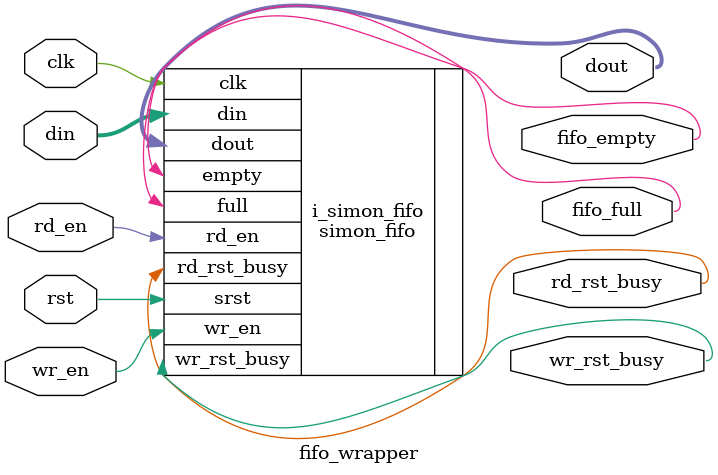
<source format=sv>
`timescale 1ns / 1ps


module fifo_wrapper(
  input  wire         clk       ,
  input  wire         rst       ,
                                
  input  wire  [ 7:0] din       , 
  input  wire         wr_en     ,
                                
  output logic [ 7:0] dout      ,
  input  wire         rd_en     ,

  output logic        fifo_full ,
  output logic        fifo_empty,

  output logic        rd_rst_busy,
  output logic        wr_rst_busy
);
 
   // FIFO_SYNC_MACRO: Synchronous First-In, First-Out (FIFO) RAM Buffer
   //                  Kintex-7
   // Xilinx HDL Language Template, version 2022.2

   /////////////////////////////////////////////////////////////////
   // DATA_WIDTH | FIFO_SIZE | FIFO Depth | RDCOUNT/WRCOUNT Width //
   // ===========|===========|============|=======================//
   //   37-72    |  "36Kb"   |     512    |         9-bit         //
   //   19-36    |  "36Kb"   |    1024    |        10-bit         //
   //   19-36    |  "18Kb"   |     512    |         9-bit         //
   //   10-18    |  "36Kb"   |    2048    |        11-bit         //
   //   10-18    |  "18Kb"   |    1024    |        10-bit         //
   //    5-9     |  "36Kb"   |    4096    |        12-bit         //
   //    5-9     |  "18Kb"   |    2048    |        11-bit         //
   //    1-4     |  "36Kb"   |    8192    |        13-bit         //
   //    1-4     |  "18Kb"   |    4096    |        12-bit         //
   /////////////////////////////////////////////////////////////////

   simon_fifo i_simon_fifo (
      .clk         ( clk        ),     // 1-bit input clock
      .srst        ( rst        ),     // 1-bit input reset

      .din         ( din        ),     // Input data, width defined by DATA_WIDTH parameter
      .wr_en       ( wr_en      ),     // 1-bit input write enable

      .dout        ( dout       ),     // Output data, width defined by DATA_WIDTH parameter
      .rd_en       ( rd_en      ),     // 1-bit input read enable

      .empty       ( fifo_empty ),     // 1-bit output empty
      .full        ( fifo_full  ),
      
      .wr_rst_busy ( wr_rst_busy ),
      .rd_rst_busy ( rd_rst_busy )      // 1-bit output full
    );

endmodule

</source>
